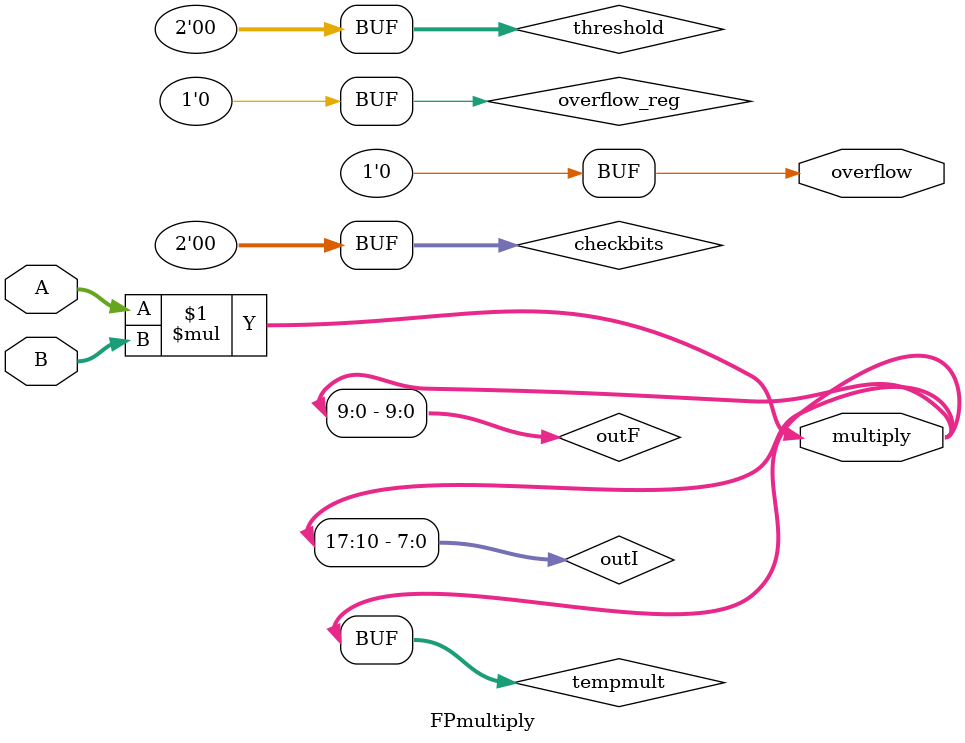
<source format=v>
`timescale 1ns / 1ns
`define X_trc (WIO>=2)?(WIO-2+fracL):fracL
module FPmultiply
#(parameter  WI1 = 4, 
             WF1 = 5,
             WI2 = 4,
             WF2 = 5,
             WIO = 8,
             WFO = 10)

   (
    input signed[(WI1+WF1-1):0] A,
    input signed[(WI2+WF2-1):0] B,
    output signed[(WIO+WFO-1):0] multiply,
    output overflow
   );

parameter intL = WI1 + WI2;
parameter fracL = WF1 + WF2;

wire [(intL+fracL-1):0] tempmult;

reg  [(WIO-1) : 0] outI;
reg  [(WFO-1) : 0] outF;
reg [((intL-WIO)-1):0] checkbits;
reg [((intL-WIO)-1):0] threshold;
reg overflow_reg;

assign tempmult = A * B;

//------------------------------------------truncation-------------------------------------------------//
//---------------------------------adjusting bitwidth of fractional part-------------------------------//
always @* begin
  if (WFO >= fracL)begin
    outF = {tempmult[fracL-1:0],{(WFO-fracL){1'b0}}};
  end
  else begin
    outF = tempmult[(fracL-1):(fracL-WFO)];
  end
end
//---------------------adjusting bitwidth of Integer part and check if overflow occurs-----------------//
// If overflow occurs indicate by making overflow flag = 1
assign overflow =overflow_reg;
always @* begin
  if (WIO >= intL)begin
    outI = {{(WIO-intL){tempmult[intL+fracL-1]}},tempmult[(intL+fracL-1):fracL]};
    overflow_reg = 1'b0;
    checkbits = 0;
    threshold = 0;  
  end
  else begin
    if (WIO == 1)begin
      outI = tempmult[intL+fracL-1];
      checkbits = tempmult[(intL+fracL-1):(`X_trc)];
      //checkbits are the bits truncated from the integer part of the output
      threshold = {(intL-WIO){tempmult[intL+fracL-1]}};
      //threshold are the number of bits truncated times sign bit of output 
      overflow_reg = 1'b0;
      if (checkbits == threshold)
      overflow_reg = 1'b0;
      else
      overflow_reg = 1'b1;
    end  
    else begin
      outI = {tempmult[intL+fracL-1],tempmult[`X_trc:fracL]};
      checkbits = tempmult[(intL+fracL-1):(`X_trc)+1];
      //checkbits are the bits truncated from the integer part of the output
      threshold = {(intL-WIO){tempmult[intL+fracL-1]}};
      //threshold are the number of bits truncated times sign bit of output 
      overflow_reg = 1'b0;
      
      if (checkbits == threshold)
      overflow_reg = 1'b0;
      else
      overflow_reg = 1'b1;
    end
  end
end

assign multiply ={outI,outF};

endmodule

</source>
